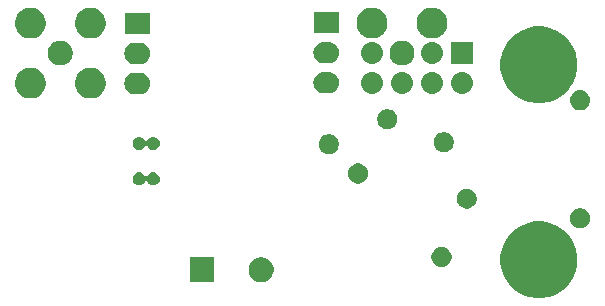
<source format=gbs>
G04 #@! TF.GenerationSoftware,KiCad,Pcbnew,5.1.4+dfsg1-1~bpo10+1*
G04 #@! TF.CreationDate,2019-10-02T20:55:18+02:00*
G04 #@! TF.ProjectId,iak-swr-meter,69616b2d-7377-4722-9d6d-657465722e6b,rev?*
G04 #@! TF.SameCoordinates,Original*
G04 #@! TF.FileFunction,Soldermask,Bot*
G04 #@! TF.FilePolarity,Negative*
%FSLAX46Y46*%
G04 Gerber Fmt 4.6, Leading zero omitted, Abs format (unit mm)*
G04 Created by KiCad (PCBNEW 5.1.4+dfsg1-1~bpo10+1) date 2019-10-02 20:55:18*
%MOMM*%
%LPD*%
G04 APERTURE LIST*
%ADD10C,0.100000*%
G04 APERTURE END LIST*
D10*
G36*
X51134239Y-1811467D02*
G01*
X51448282Y-1873934D01*
X52039926Y-2119001D01*
X52572392Y-2474784D01*
X53025216Y-2927608D01*
X53380999Y-3460074D01*
X53626066Y-4051718D01*
X53626066Y-4051719D01*
X53751000Y-4679803D01*
X53751000Y-5320197D01*
X53708186Y-5535435D01*
X53626066Y-5948282D01*
X53380999Y-6539926D01*
X53025216Y-7072392D01*
X52572392Y-7525216D01*
X52039926Y-7880999D01*
X51448282Y-8126066D01*
X51134239Y-8188533D01*
X50820197Y-8251000D01*
X50179803Y-8251000D01*
X49865761Y-8188533D01*
X49551718Y-8126066D01*
X48960074Y-7880999D01*
X48427608Y-7525216D01*
X47974784Y-7072392D01*
X47619001Y-6539926D01*
X47373934Y-5948282D01*
X47291814Y-5535435D01*
X47249000Y-5320197D01*
X47249000Y-4679803D01*
X47373934Y-4051719D01*
X47373934Y-4051718D01*
X47619001Y-3460074D01*
X47974784Y-2927608D01*
X48427608Y-2474784D01*
X48960074Y-2119001D01*
X49551718Y-1873934D01*
X49865761Y-1811467D01*
X50179803Y-1749000D01*
X50820197Y-1749000D01*
X51134239Y-1811467D01*
X51134239Y-1811467D01*
G37*
G36*
X27302964Y-4831389D02*
G01*
X27494233Y-4910615D01*
X27494235Y-4910616D01*
X27666373Y-5025635D01*
X27812765Y-5172027D01*
X27908599Y-5315452D01*
X27927785Y-5344167D01*
X28007011Y-5535436D01*
X28047400Y-5738484D01*
X28047400Y-5945516D01*
X28007011Y-6148564D01*
X27927785Y-6339833D01*
X27927784Y-6339835D01*
X27812765Y-6511973D01*
X27666373Y-6658365D01*
X27494235Y-6773384D01*
X27494234Y-6773385D01*
X27494233Y-6773385D01*
X27302964Y-6852611D01*
X27099916Y-6893000D01*
X26892884Y-6893000D01*
X26689836Y-6852611D01*
X26498567Y-6773385D01*
X26498566Y-6773385D01*
X26498565Y-6773384D01*
X26326427Y-6658365D01*
X26180035Y-6511973D01*
X26065016Y-6339835D01*
X26065015Y-6339833D01*
X25985789Y-6148564D01*
X25945400Y-5945516D01*
X25945400Y-5738484D01*
X25985789Y-5535436D01*
X26065015Y-5344167D01*
X26084202Y-5315452D01*
X26180035Y-5172027D01*
X26326427Y-5025635D01*
X26498565Y-4910616D01*
X26498567Y-4910615D01*
X26689836Y-4831389D01*
X26892884Y-4791000D01*
X27099916Y-4791000D01*
X27302964Y-4831389D01*
X27302964Y-4831389D01*
G37*
G36*
X23047400Y-6893000D02*
G01*
X20945400Y-6893000D01*
X20945400Y-4791000D01*
X23047400Y-4791000D01*
X23047400Y-6893000D01*
X23047400Y-6893000D01*
G37*
G36*
X42521199Y-3954674D02*
G01*
X42676071Y-4018824D01*
X42815452Y-4111956D01*
X42933986Y-4230490D01*
X43027118Y-4369871D01*
X43091268Y-4524743D01*
X43123971Y-4689155D01*
X43123971Y-4856787D01*
X43091268Y-5021199D01*
X43027118Y-5176071D01*
X42933986Y-5315452D01*
X42815452Y-5433986D01*
X42676071Y-5527118D01*
X42521199Y-5591268D01*
X42356787Y-5623971D01*
X42189155Y-5623971D01*
X42024743Y-5591268D01*
X41869871Y-5527118D01*
X41730490Y-5433986D01*
X41611956Y-5315452D01*
X41518824Y-5176071D01*
X41454674Y-5021199D01*
X41421971Y-4856787D01*
X41421971Y-4689155D01*
X41454674Y-4524743D01*
X41518824Y-4369871D01*
X41611956Y-4230490D01*
X41730490Y-4111956D01*
X41869871Y-4018824D01*
X42024743Y-3954674D01*
X42189155Y-3921971D01*
X42356787Y-3921971D01*
X42521199Y-3954674D01*
X42521199Y-3954674D01*
G37*
G36*
X54248228Y-681703D02*
G01*
X54403100Y-745853D01*
X54542481Y-838985D01*
X54661015Y-957519D01*
X54754147Y-1096900D01*
X54818297Y-1251772D01*
X54851000Y-1416184D01*
X54851000Y-1583816D01*
X54818297Y-1748228D01*
X54754147Y-1903100D01*
X54661015Y-2042481D01*
X54542481Y-2161015D01*
X54403100Y-2254147D01*
X54248228Y-2318297D01*
X54083816Y-2351000D01*
X53916184Y-2351000D01*
X53751772Y-2318297D01*
X53596900Y-2254147D01*
X53457519Y-2161015D01*
X53338985Y-2042481D01*
X53245853Y-1903100D01*
X53181703Y-1748228D01*
X53149000Y-1583816D01*
X53149000Y-1416184D01*
X53181703Y-1251772D01*
X53245853Y-1096900D01*
X53338985Y-957519D01*
X53457519Y-838985D01*
X53596900Y-745853D01*
X53751772Y-681703D01*
X53916184Y-649000D01*
X54083816Y-649000D01*
X54248228Y-681703D01*
X54248228Y-681703D01*
G37*
G36*
X44642519Y995074D02*
G01*
X44797391Y930924D01*
X44936772Y837792D01*
X45055306Y719258D01*
X45148438Y579877D01*
X45212588Y425005D01*
X45245291Y260593D01*
X45245291Y92961D01*
X45212588Y-71451D01*
X45148438Y-226323D01*
X45055306Y-365704D01*
X44936772Y-484238D01*
X44797391Y-577370D01*
X44642519Y-641520D01*
X44478107Y-674223D01*
X44310475Y-674223D01*
X44146063Y-641520D01*
X43991191Y-577370D01*
X43851810Y-484238D01*
X43733276Y-365704D01*
X43640144Y-226323D01*
X43575994Y-71451D01*
X43543291Y92961D01*
X43543291Y260593D01*
X43575994Y425005D01*
X43640144Y579877D01*
X43733276Y719258D01*
X43851810Y837792D01*
X43991191Y930924D01*
X44146063Y995074D01*
X44310475Y1027777D01*
X44478107Y1027777D01*
X44642519Y995074D01*
X44642519Y995074D01*
G37*
G36*
X16832721Y2387826D02*
G01*
X16932995Y2346291D01*
X16932996Y2346290D01*
X17023242Y2285990D01*
X17099990Y2209242D01*
X17099991Y2209240D01*
X17165770Y2110795D01*
X17168068Y2106496D01*
X17183614Y2087555D01*
X17202556Y2072010D01*
X17224167Y2060459D01*
X17247616Y2053346D01*
X17272002Y2050945D01*
X17296388Y2053347D01*
X17319837Y2060461D01*
X17341448Y2072012D01*
X17360389Y2087558D01*
X17375934Y2106500D01*
X17378229Y2110795D01*
X17444009Y2209240D01*
X17444010Y2209242D01*
X17520758Y2285990D01*
X17611004Y2346290D01*
X17611005Y2346291D01*
X17711279Y2387826D01*
X17817730Y2409000D01*
X17926270Y2409000D01*
X18032721Y2387826D01*
X18132995Y2346291D01*
X18132996Y2346290D01*
X18223242Y2285990D01*
X18299990Y2209242D01*
X18299991Y2209240D01*
X18360291Y2118995D01*
X18401826Y2018721D01*
X18423000Y1912270D01*
X18423000Y1803730D01*
X18401826Y1697279D01*
X18360291Y1597005D01*
X18360290Y1597004D01*
X18299990Y1506758D01*
X18223242Y1430010D01*
X18177812Y1399655D01*
X18132995Y1369709D01*
X18032721Y1328174D01*
X17926270Y1307000D01*
X17817730Y1307000D01*
X17711279Y1328174D01*
X17611005Y1369709D01*
X17566188Y1399655D01*
X17520758Y1430010D01*
X17444010Y1506758D01*
X17383710Y1597004D01*
X17378230Y1605205D01*
X17375932Y1609504D01*
X17360386Y1628445D01*
X17341444Y1643990D01*
X17319833Y1655541D01*
X17296384Y1662654D01*
X17271998Y1665055D01*
X17247612Y1662653D01*
X17224163Y1655539D01*
X17202552Y1643988D01*
X17183611Y1628442D01*
X17168066Y1609500D01*
X17165771Y1605205D01*
X17124841Y1543950D01*
X17099990Y1506758D01*
X17023242Y1430010D01*
X16977812Y1399655D01*
X16932995Y1369709D01*
X16832721Y1328174D01*
X16726270Y1307000D01*
X16617730Y1307000D01*
X16511279Y1328174D01*
X16411005Y1369709D01*
X16366188Y1399655D01*
X16320758Y1430010D01*
X16244010Y1506758D01*
X16183710Y1597004D01*
X16183709Y1597005D01*
X16142174Y1697279D01*
X16121000Y1803730D01*
X16121000Y1912270D01*
X16142174Y2018721D01*
X16183709Y2118995D01*
X16244009Y2209240D01*
X16244010Y2209242D01*
X16320758Y2285990D01*
X16411004Y2346290D01*
X16411005Y2346291D01*
X16511279Y2387826D01*
X16617730Y2409000D01*
X16726270Y2409000D01*
X16832721Y2387826D01*
X16832721Y2387826D01*
G37*
G36*
X35450131Y3116394D02*
G01*
X35605003Y3052244D01*
X35744384Y2959112D01*
X35862918Y2840578D01*
X35956050Y2701197D01*
X36020200Y2546325D01*
X36052903Y2381913D01*
X36052903Y2214281D01*
X36020200Y2049869D01*
X35956050Y1894997D01*
X35862918Y1755616D01*
X35744384Y1637082D01*
X35605003Y1543950D01*
X35450131Y1479800D01*
X35285719Y1447097D01*
X35118087Y1447097D01*
X34953675Y1479800D01*
X34798803Y1543950D01*
X34659422Y1637082D01*
X34540888Y1755616D01*
X34447756Y1894997D01*
X34383606Y2049869D01*
X34350903Y2214281D01*
X34350903Y2381913D01*
X34383606Y2546325D01*
X34447756Y2701197D01*
X34540888Y2840578D01*
X34659422Y2959112D01*
X34798803Y3052244D01*
X34953675Y3116394D01*
X35118087Y3149097D01*
X35285719Y3149097D01*
X35450131Y3116394D01*
X35450131Y3116394D01*
G37*
G36*
X32975257Y5591268D02*
G01*
X33130129Y5527118D01*
X33269510Y5433986D01*
X33388044Y5315452D01*
X33481176Y5176071D01*
X33545326Y5021199D01*
X33578029Y4856787D01*
X33578029Y4689155D01*
X33545326Y4524743D01*
X33481176Y4369871D01*
X33388044Y4230490D01*
X33269510Y4111956D01*
X33130129Y4018824D01*
X32975257Y3954674D01*
X32810845Y3921971D01*
X32643213Y3921971D01*
X32478801Y3954674D01*
X32323929Y4018824D01*
X32184548Y4111956D01*
X32066014Y4230490D01*
X31972882Y4369871D01*
X31908732Y4524743D01*
X31876029Y4689155D01*
X31876029Y4856787D01*
X31908732Y5021199D01*
X31972882Y5176071D01*
X32066014Y5315452D01*
X32184548Y5433986D01*
X32323929Y5527118D01*
X32478801Y5591268D01*
X32643213Y5623971D01*
X32810845Y5623971D01*
X32975257Y5591268D01*
X32975257Y5591268D01*
G37*
G36*
X42697975Y5768044D02*
G01*
X42852847Y5703894D01*
X42992228Y5610762D01*
X43110762Y5492228D01*
X43203894Y5352847D01*
X43268044Y5197975D01*
X43300747Y5033563D01*
X43300747Y4865931D01*
X43268044Y4701519D01*
X43203894Y4546647D01*
X43110762Y4407266D01*
X42992228Y4288732D01*
X42852847Y4195600D01*
X42697975Y4131450D01*
X42533563Y4098747D01*
X42365931Y4098747D01*
X42201519Y4131450D01*
X42046647Y4195600D01*
X41907266Y4288732D01*
X41788732Y4407266D01*
X41695600Y4546647D01*
X41631450Y4701519D01*
X41598747Y4865931D01*
X41598747Y5033563D01*
X41631450Y5197975D01*
X41695600Y5352847D01*
X41788732Y5492228D01*
X41907266Y5610762D01*
X42046647Y5703894D01*
X42201519Y5768044D01*
X42365931Y5800747D01*
X42533563Y5800747D01*
X42697975Y5768044D01*
X42697975Y5768044D01*
G37*
G36*
X16832721Y5387826D02*
G01*
X16932995Y5346291D01*
X16932996Y5346290D01*
X17023242Y5285990D01*
X17099990Y5209242D01*
X17107518Y5197975D01*
X17165770Y5110795D01*
X17168068Y5106496D01*
X17183614Y5087555D01*
X17202556Y5072010D01*
X17224167Y5060459D01*
X17247616Y5053346D01*
X17272002Y5050945D01*
X17296388Y5053347D01*
X17319837Y5060461D01*
X17341448Y5072012D01*
X17360389Y5087558D01*
X17375934Y5106500D01*
X17378229Y5110795D01*
X17436482Y5197975D01*
X17444010Y5209242D01*
X17520758Y5285990D01*
X17611004Y5346290D01*
X17611005Y5346291D01*
X17711279Y5387826D01*
X17817730Y5409000D01*
X17926270Y5409000D01*
X18032721Y5387826D01*
X18132995Y5346291D01*
X18132996Y5346290D01*
X18223242Y5285990D01*
X18299990Y5209242D01*
X18307518Y5197975D01*
X18360291Y5118995D01*
X18401826Y5018721D01*
X18423000Y4912270D01*
X18423000Y4803730D01*
X18401826Y4697279D01*
X18360291Y4597005D01*
X18360290Y4597004D01*
X18299990Y4506758D01*
X18223242Y4430010D01*
X18189204Y4407267D01*
X18132995Y4369709D01*
X18032721Y4328174D01*
X17926270Y4307000D01*
X17817730Y4307000D01*
X17711279Y4328174D01*
X17611005Y4369709D01*
X17554796Y4407267D01*
X17520758Y4430010D01*
X17444010Y4506758D01*
X17383710Y4597004D01*
X17378230Y4605205D01*
X17375932Y4609504D01*
X17360386Y4628445D01*
X17341444Y4643990D01*
X17319833Y4655541D01*
X17296384Y4662654D01*
X17271998Y4665055D01*
X17247612Y4662653D01*
X17224163Y4655539D01*
X17202552Y4643988D01*
X17183611Y4628442D01*
X17168066Y4609500D01*
X17165771Y4605205D01*
X17126645Y4546650D01*
X17099990Y4506758D01*
X17023242Y4430010D01*
X16989204Y4407267D01*
X16932995Y4369709D01*
X16832721Y4328174D01*
X16726270Y4307000D01*
X16617730Y4307000D01*
X16511279Y4328174D01*
X16411005Y4369709D01*
X16354796Y4407267D01*
X16320758Y4430010D01*
X16244010Y4506758D01*
X16183710Y4597004D01*
X16183709Y4597005D01*
X16142174Y4697279D01*
X16121000Y4803730D01*
X16121000Y4912270D01*
X16142174Y5018721D01*
X16183709Y5118995D01*
X16236482Y5197975D01*
X16244010Y5209242D01*
X16320758Y5285990D01*
X16411004Y5346290D01*
X16411005Y5346291D01*
X16511279Y5387826D01*
X16617730Y5409000D01*
X16726270Y5409000D01*
X16832721Y5387826D01*
X16832721Y5387826D01*
G37*
G36*
X37925005Y7712588D02*
G01*
X38079877Y7648438D01*
X38219258Y7555306D01*
X38337792Y7436772D01*
X38430924Y7297391D01*
X38495074Y7142519D01*
X38527777Y6978107D01*
X38527777Y6810475D01*
X38495074Y6646063D01*
X38430924Y6491191D01*
X38337792Y6351810D01*
X38219258Y6233276D01*
X38079877Y6140144D01*
X37925005Y6075994D01*
X37760593Y6043291D01*
X37592961Y6043291D01*
X37428549Y6075994D01*
X37273677Y6140144D01*
X37134296Y6233276D01*
X37015762Y6351810D01*
X36922630Y6491191D01*
X36858480Y6646063D01*
X36825777Y6810475D01*
X36825777Y6978107D01*
X36858480Y7142519D01*
X36922630Y7297391D01*
X37015762Y7436772D01*
X37134296Y7555306D01*
X37273677Y7648438D01*
X37428549Y7712588D01*
X37592961Y7745291D01*
X37760593Y7745291D01*
X37925005Y7712588D01*
X37925005Y7712588D01*
G37*
G36*
X54166823Y9338687D02*
G01*
X54327242Y9290024D01*
X54371699Y9266261D01*
X54475078Y9211004D01*
X54604659Y9104659D01*
X54711004Y8975078D01*
X54711005Y8975076D01*
X54790024Y8827242D01*
X54838687Y8666823D01*
X54855117Y8500000D01*
X54838687Y8333177D01*
X54790024Y8172758D01*
X54719114Y8040094D01*
X54711004Y8024922D01*
X54604659Y7895341D01*
X54475078Y7788996D01*
X54475076Y7788995D01*
X54327242Y7709976D01*
X54166823Y7661313D01*
X54041804Y7649000D01*
X53958196Y7649000D01*
X53833177Y7661313D01*
X53672758Y7709976D01*
X53524924Y7788995D01*
X53524922Y7788996D01*
X53395341Y7895341D01*
X53288996Y8024922D01*
X53280886Y8040094D01*
X53209976Y8172758D01*
X53161313Y8333177D01*
X53144883Y8500000D01*
X53161313Y8666823D01*
X53209976Y8827242D01*
X53288995Y8975076D01*
X53288996Y8975078D01*
X53395341Y9104659D01*
X53524922Y9211004D01*
X53628301Y9266261D01*
X53672758Y9290024D01*
X53833177Y9338687D01*
X53958196Y9351000D01*
X54041804Y9351000D01*
X54166823Y9338687D01*
X54166823Y9338687D01*
G37*
G36*
X51134239Y14688533D02*
G01*
X51448282Y14626066D01*
X52039926Y14380999D01*
X52294854Y14210661D01*
X52572391Y14025217D01*
X53025217Y13572391D01*
X53068169Y13508108D01*
X53380999Y13039926D01*
X53621212Y12460000D01*
X53626066Y12448281D01*
X53749045Y11830027D01*
X53751000Y11820196D01*
X53751000Y11179804D01*
X53626066Y10551718D01*
X53380999Y9960074D01*
X53145954Y9608305D01*
X53039789Y9449417D01*
X53025216Y9427608D01*
X52572392Y8974784D01*
X52039926Y8619001D01*
X51448282Y8373934D01*
X51134239Y8311467D01*
X50820197Y8249000D01*
X50179803Y8249000D01*
X49865761Y8311467D01*
X49551718Y8373934D01*
X48960074Y8619001D01*
X48427608Y8974784D01*
X47974784Y9427608D01*
X47960212Y9449417D01*
X47854046Y9608305D01*
X47619001Y9960074D01*
X47373934Y10551718D01*
X47249000Y11179804D01*
X47249000Y11820196D01*
X47250956Y11830027D01*
X47373934Y12448281D01*
X47378788Y12460000D01*
X47619001Y13039926D01*
X47931831Y13508108D01*
X47974783Y13572391D01*
X48427609Y14025217D01*
X48705146Y14210661D01*
X48960074Y14380999D01*
X49551718Y14626066D01*
X49865761Y14688533D01*
X50179803Y14751000D01*
X50820197Y14751000D01*
X51134239Y14688533D01*
X51134239Y14688533D01*
G37*
G36*
X12919487Y11211004D02*
G01*
X13069177Y11149000D01*
X13156255Y11112931D01*
X13369339Y10970553D01*
X13550553Y10789339D01*
X13692932Y10576253D01*
X13791004Y10339487D01*
X13841000Y10088139D01*
X13841000Y9831861D01*
X13791004Y9580513D01*
X13692932Y9343747D01*
X13692931Y9343745D01*
X13550553Y9130661D01*
X13369339Y8949447D01*
X13156255Y8807069D01*
X13156254Y8807068D01*
X13156253Y8807068D01*
X12919487Y8708996D01*
X12668139Y8659000D01*
X12411861Y8659000D01*
X12160513Y8708996D01*
X11923747Y8807068D01*
X11923746Y8807068D01*
X11923745Y8807069D01*
X11710661Y8949447D01*
X11529447Y9130661D01*
X11387069Y9343745D01*
X11387068Y9343747D01*
X11288996Y9580513D01*
X11239000Y9831861D01*
X11239000Y10088139D01*
X11288996Y10339487D01*
X11387068Y10576253D01*
X11529447Y10789339D01*
X11710661Y10970553D01*
X11923745Y11112931D01*
X12010823Y11149000D01*
X12160513Y11211004D01*
X12411861Y11261000D01*
X12668139Y11261000D01*
X12919487Y11211004D01*
X12919487Y11211004D01*
G37*
G36*
X7839487Y11211004D02*
G01*
X7989177Y11149000D01*
X8076255Y11112931D01*
X8289339Y10970553D01*
X8470553Y10789339D01*
X8612932Y10576253D01*
X8711004Y10339487D01*
X8761000Y10088139D01*
X8761000Y9831861D01*
X8711004Y9580513D01*
X8612932Y9343747D01*
X8612931Y9343745D01*
X8470553Y9130661D01*
X8289339Y8949447D01*
X8076255Y8807069D01*
X8076254Y8807068D01*
X8076253Y8807068D01*
X7839487Y8708996D01*
X7588139Y8659000D01*
X7331861Y8659000D01*
X7080513Y8708996D01*
X6843747Y8807068D01*
X6843746Y8807068D01*
X6843745Y8807069D01*
X6630661Y8949447D01*
X6449447Y9130661D01*
X6307069Y9343745D01*
X6307068Y9343747D01*
X6208996Y9580513D01*
X6159000Y9831861D01*
X6159000Y10088139D01*
X6208996Y10339487D01*
X6307068Y10576253D01*
X6449447Y10789339D01*
X6630661Y10970553D01*
X6843745Y11112931D01*
X6930823Y11149000D01*
X7080513Y11211004D01*
X7331861Y11261000D01*
X7588139Y11261000D01*
X7839487Y11211004D01*
X7839487Y11211004D01*
G37*
G36*
X16831694Y10821367D02*
G01*
X17004095Y10769069D01*
X17162983Y10684142D01*
X17302249Y10569849D01*
X17416542Y10430583D01*
X17501469Y10271695D01*
X17553767Y10099294D01*
X17571425Y9920000D01*
X17553767Y9740706D01*
X17501469Y9568305D01*
X17416542Y9409417D01*
X17302249Y9270151D01*
X17162983Y9155858D01*
X17004095Y9070931D01*
X16831694Y9018633D01*
X16697331Y9005400D01*
X16302669Y9005400D01*
X16168306Y9018633D01*
X15995905Y9070931D01*
X15837017Y9155858D01*
X15697751Y9270151D01*
X15583458Y9409417D01*
X15498531Y9568305D01*
X15446233Y9740706D01*
X15428575Y9920000D01*
X15446233Y10099294D01*
X15498531Y10271695D01*
X15583458Y10430583D01*
X15697751Y10569849D01*
X15837017Y10684142D01*
X15995905Y10769069D01*
X16168306Y10821367D01*
X16302669Y10834600D01*
X16697331Y10834600D01*
X16831694Y10821367D01*
X16831694Y10821367D01*
G37*
G36*
X41639294Y10861367D02*
G01*
X41811695Y10809069D01*
X41970583Y10724142D01*
X42109849Y10609849D01*
X42224142Y10470583D01*
X42309069Y10311695D01*
X42361367Y10139294D01*
X42379025Y9960000D01*
X42361367Y9780706D01*
X42309069Y9608305D01*
X42224142Y9449417D01*
X42109849Y9310151D01*
X41970583Y9195858D01*
X41811695Y9110931D01*
X41639294Y9058633D01*
X41504931Y9045400D01*
X41415069Y9045400D01*
X41280706Y9058633D01*
X41108305Y9110931D01*
X40949417Y9195858D01*
X40810151Y9310151D01*
X40695858Y9449417D01*
X40610931Y9608305D01*
X40558633Y9780706D01*
X40540975Y9960000D01*
X40558633Y10139294D01*
X40610931Y10311695D01*
X40695858Y10470583D01*
X40810151Y10609849D01*
X40949417Y10724142D01*
X41108305Y10809069D01*
X41280706Y10861367D01*
X41415069Y10874600D01*
X41504931Y10874600D01*
X41639294Y10861367D01*
X41639294Y10861367D01*
G37*
G36*
X39099294Y10861367D02*
G01*
X39271695Y10809069D01*
X39430583Y10724142D01*
X39569849Y10609849D01*
X39684142Y10470583D01*
X39769069Y10311695D01*
X39821367Y10139294D01*
X39839025Y9960000D01*
X39821367Y9780706D01*
X39769069Y9608305D01*
X39684142Y9449417D01*
X39569849Y9310151D01*
X39430583Y9195858D01*
X39271695Y9110931D01*
X39099294Y9058633D01*
X38964931Y9045400D01*
X38875069Y9045400D01*
X38740706Y9058633D01*
X38568305Y9110931D01*
X38409417Y9195858D01*
X38270151Y9310151D01*
X38155858Y9449417D01*
X38070931Y9608305D01*
X38018633Y9780706D01*
X38000975Y9960000D01*
X38018633Y10139294D01*
X38070931Y10311695D01*
X38155858Y10470583D01*
X38270151Y10609849D01*
X38409417Y10724142D01*
X38568305Y10809069D01*
X38740706Y10861367D01*
X38875069Y10874600D01*
X38964931Y10874600D01*
X39099294Y10861367D01*
X39099294Y10861367D01*
G37*
G36*
X36559294Y10861367D02*
G01*
X36731695Y10809069D01*
X36890583Y10724142D01*
X37029849Y10609849D01*
X37144142Y10470583D01*
X37229069Y10311695D01*
X37281367Y10139294D01*
X37299025Y9960000D01*
X37281367Y9780706D01*
X37229069Y9608305D01*
X37144142Y9449417D01*
X37029849Y9310151D01*
X36890583Y9195858D01*
X36731695Y9110931D01*
X36559294Y9058633D01*
X36424931Y9045400D01*
X36335069Y9045400D01*
X36200706Y9058633D01*
X36028305Y9110931D01*
X35869417Y9195858D01*
X35730151Y9310151D01*
X35615858Y9449417D01*
X35530931Y9608305D01*
X35478633Y9780706D01*
X35460975Y9960000D01*
X35478633Y10139294D01*
X35530931Y10311695D01*
X35615858Y10470583D01*
X35730151Y10609849D01*
X35869417Y10724142D01*
X36028305Y10809069D01*
X36200706Y10861367D01*
X36335069Y10874600D01*
X36424931Y10874600D01*
X36559294Y10861367D01*
X36559294Y10861367D01*
G37*
G36*
X44179294Y10861367D02*
G01*
X44351695Y10809069D01*
X44510583Y10724142D01*
X44649849Y10609849D01*
X44764142Y10470583D01*
X44849069Y10311695D01*
X44901367Y10139294D01*
X44919025Y9960000D01*
X44901367Y9780706D01*
X44849069Y9608305D01*
X44764142Y9449417D01*
X44649849Y9310151D01*
X44510583Y9195858D01*
X44351695Y9110931D01*
X44179294Y9058633D01*
X44044931Y9045400D01*
X43955069Y9045400D01*
X43820706Y9058633D01*
X43648305Y9110931D01*
X43489417Y9195858D01*
X43350151Y9310151D01*
X43235858Y9449417D01*
X43150931Y9608305D01*
X43098633Y9780706D01*
X43080975Y9960000D01*
X43098633Y10139294D01*
X43150931Y10311695D01*
X43235858Y10470583D01*
X43350151Y10609849D01*
X43489417Y10724142D01*
X43648305Y10809069D01*
X43820706Y10861367D01*
X43955069Y10874600D01*
X44044931Y10874600D01*
X44179294Y10861367D01*
X44179294Y10861367D01*
G37*
G36*
X32831694Y10901367D02*
G01*
X33004095Y10849069D01*
X33162983Y10764142D01*
X33302249Y10649849D01*
X33416542Y10510583D01*
X33501469Y10351695D01*
X33553767Y10179294D01*
X33571425Y10000000D01*
X33553767Y9820706D01*
X33501469Y9648305D01*
X33416542Y9489417D01*
X33302249Y9350151D01*
X33162983Y9235858D01*
X33004095Y9150931D01*
X32831694Y9098633D01*
X32697331Y9085400D01*
X32302669Y9085400D01*
X32168306Y9098633D01*
X31995905Y9150931D01*
X31837017Y9235858D01*
X31697751Y9350151D01*
X31583458Y9489417D01*
X31498531Y9648305D01*
X31446233Y9820706D01*
X31428575Y10000000D01*
X31446233Y10179294D01*
X31498531Y10351695D01*
X31583458Y10510583D01*
X31697751Y10649849D01*
X31837017Y10764142D01*
X31995905Y10849069D01*
X32168306Y10901367D01*
X32302669Y10914600D01*
X32697331Y10914600D01*
X32831694Y10901367D01*
X32831694Y10901367D01*
G37*
G36*
X39226564Y13510611D02*
G01*
X39417833Y13431385D01*
X39417835Y13431384D01*
X39589973Y13316365D01*
X39736365Y13169973D01*
X39823260Y13039926D01*
X39851385Y12997833D01*
X39930611Y12806564D01*
X39971000Y12603516D01*
X39971000Y12396484D01*
X39930611Y12193436D01*
X39895348Y12108304D01*
X39851384Y12002165D01*
X39736365Y11830027D01*
X39589973Y11683635D01*
X39417835Y11568616D01*
X39417834Y11568615D01*
X39417833Y11568615D01*
X39226564Y11489389D01*
X39023516Y11449000D01*
X38816484Y11449000D01*
X38613436Y11489389D01*
X38422167Y11568615D01*
X38422166Y11568615D01*
X38422165Y11568616D01*
X38250027Y11683635D01*
X38103635Y11830027D01*
X37988616Y12002165D01*
X37944652Y12108304D01*
X37909389Y12193436D01*
X37869000Y12396484D01*
X37869000Y12603516D01*
X37909389Y12806564D01*
X37988615Y12997833D01*
X38016741Y13039926D01*
X38103635Y13169973D01*
X38250027Y13316365D01*
X38422165Y13431384D01*
X38422167Y13431385D01*
X38613436Y13510611D01*
X38816484Y13551000D01*
X39023516Y13551000D01*
X39226564Y13510611D01*
X39226564Y13510611D01*
G37*
G36*
X10306564Y13510611D02*
G01*
X10497833Y13431385D01*
X10497835Y13431384D01*
X10669973Y13316365D01*
X10816365Y13169973D01*
X10903260Y13039926D01*
X10931385Y12997833D01*
X11010611Y12806564D01*
X11051000Y12603516D01*
X11051000Y12396484D01*
X11010611Y12193436D01*
X10975348Y12108304D01*
X10931384Y12002165D01*
X10816365Y11830027D01*
X10669973Y11683635D01*
X10497835Y11568616D01*
X10497834Y11568615D01*
X10497833Y11568615D01*
X10306564Y11489389D01*
X10103516Y11449000D01*
X9896484Y11449000D01*
X9693436Y11489389D01*
X9502167Y11568615D01*
X9502166Y11568615D01*
X9502165Y11568616D01*
X9330027Y11683635D01*
X9183635Y11830027D01*
X9068616Y12002165D01*
X9024652Y12108304D01*
X8989389Y12193436D01*
X8949000Y12396484D01*
X8949000Y12603516D01*
X8989389Y12806564D01*
X9068615Y12997833D01*
X9096741Y13039926D01*
X9183635Y13169973D01*
X9330027Y13316365D01*
X9502165Y13431384D01*
X9502167Y13431385D01*
X9693436Y13510611D01*
X9896484Y13551000D01*
X10103516Y13551000D01*
X10306564Y13510611D01*
X10306564Y13510611D01*
G37*
G36*
X16831694Y13361367D02*
G01*
X17004095Y13309069D01*
X17162983Y13224142D01*
X17302249Y13109849D01*
X17416542Y12970583D01*
X17501469Y12811695D01*
X17553767Y12639294D01*
X17571425Y12460000D01*
X17553767Y12280706D01*
X17501469Y12108305D01*
X17416542Y11949417D01*
X17302249Y11810151D01*
X17162983Y11695858D01*
X17004095Y11610931D01*
X16831694Y11558633D01*
X16697331Y11545400D01*
X16302669Y11545400D01*
X16168306Y11558633D01*
X15995905Y11610931D01*
X15837017Y11695858D01*
X15697751Y11810151D01*
X15583458Y11949417D01*
X15498531Y12108305D01*
X15446233Y12280706D01*
X15428575Y12460000D01*
X15446233Y12639294D01*
X15498531Y12811695D01*
X15583458Y12970583D01*
X15697751Y13109849D01*
X15837017Y13224142D01*
X15995905Y13309069D01*
X16168306Y13361367D01*
X16302669Y13374600D01*
X16697331Y13374600D01*
X16831694Y13361367D01*
X16831694Y13361367D01*
G37*
G36*
X41639294Y13401367D02*
G01*
X41811695Y13349069D01*
X41970583Y13264142D01*
X42109849Y13149849D01*
X42224142Y13010583D01*
X42309069Y12851695D01*
X42361367Y12679294D01*
X42379025Y12500000D01*
X42361367Y12320706D01*
X42309069Y12148305D01*
X42224142Y11989417D01*
X42109849Y11850151D01*
X41970583Y11735858D01*
X41811695Y11650931D01*
X41639294Y11598633D01*
X41504931Y11585400D01*
X41415069Y11585400D01*
X41280706Y11598633D01*
X41108305Y11650931D01*
X40949417Y11735858D01*
X40810151Y11850151D01*
X40695858Y11989417D01*
X40610931Y12148305D01*
X40558633Y12320706D01*
X40540975Y12500000D01*
X40558633Y12679294D01*
X40610931Y12851695D01*
X40695858Y13010583D01*
X40810151Y13149849D01*
X40949417Y13264142D01*
X41108305Y13349069D01*
X41280706Y13401367D01*
X41415069Y13414600D01*
X41504931Y13414600D01*
X41639294Y13401367D01*
X41639294Y13401367D01*
G37*
G36*
X36559294Y13401367D02*
G01*
X36731695Y13349069D01*
X36890583Y13264142D01*
X37029849Y13149849D01*
X37144142Y13010583D01*
X37229069Y12851695D01*
X37281367Y12679294D01*
X37299025Y12500000D01*
X37281367Y12320706D01*
X37229069Y12148305D01*
X37144142Y11989417D01*
X37029849Y11850151D01*
X36890583Y11735858D01*
X36731695Y11650931D01*
X36559294Y11598633D01*
X36424931Y11585400D01*
X36335069Y11585400D01*
X36200706Y11598633D01*
X36028305Y11650931D01*
X35869417Y11735858D01*
X35730151Y11850151D01*
X35615858Y11989417D01*
X35530931Y12148305D01*
X35478633Y12320706D01*
X35460975Y12500000D01*
X35478633Y12679294D01*
X35530931Y12851695D01*
X35615858Y13010583D01*
X35730151Y13149849D01*
X35869417Y13264142D01*
X36028305Y13349069D01*
X36200706Y13401367D01*
X36335069Y13414600D01*
X36424931Y13414600D01*
X36559294Y13401367D01*
X36559294Y13401367D01*
G37*
G36*
X44914600Y11585400D02*
G01*
X43085400Y11585400D01*
X43085400Y13414600D01*
X44914600Y13414600D01*
X44914600Y11585400D01*
X44914600Y11585400D01*
G37*
G36*
X32831694Y13441367D02*
G01*
X33004095Y13389069D01*
X33162983Y13304142D01*
X33302249Y13189849D01*
X33416542Y13050583D01*
X33501469Y12891695D01*
X33553767Y12719294D01*
X33571425Y12540000D01*
X33553767Y12360706D01*
X33501469Y12188305D01*
X33416542Y12029417D01*
X33302249Y11890151D01*
X33162983Y11775858D01*
X33004095Y11690931D01*
X32831694Y11638633D01*
X32697331Y11625400D01*
X32302669Y11625400D01*
X32168306Y11638633D01*
X31995905Y11690931D01*
X31837017Y11775858D01*
X31697751Y11890151D01*
X31583458Y12029417D01*
X31498531Y12188305D01*
X31446233Y12360706D01*
X31428575Y12540000D01*
X31446233Y12719294D01*
X31498531Y12891695D01*
X31583458Y13050583D01*
X31697751Y13189849D01*
X31837017Y13304142D01*
X31995905Y13389069D01*
X32168306Y13441367D01*
X32302669Y13454600D01*
X32697331Y13454600D01*
X32831694Y13441367D01*
X32831694Y13441367D01*
G37*
G36*
X41839487Y16291004D02*
G01*
X42076253Y16192932D01*
X42076255Y16192931D01*
X42289339Y16050553D01*
X42470553Y15869339D01*
X42612932Y15656253D01*
X42711004Y15419487D01*
X42761000Y15168139D01*
X42761000Y14911861D01*
X42711004Y14660513D01*
X42612932Y14423747D01*
X42612931Y14423745D01*
X42470553Y14210661D01*
X42289339Y14029447D01*
X42076255Y13887069D01*
X42076254Y13887068D01*
X42076253Y13887068D01*
X41839487Y13788996D01*
X41588139Y13739000D01*
X41331861Y13739000D01*
X41080513Y13788996D01*
X40843747Y13887068D01*
X40843746Y13887068D01*
X40843745Y13887069D01*
X40630661Y14029447D01*
X40449447Y14210661D01*
X40307069Y14423745D01*
X40307068Y14423747D01*
X40208996Y14660513D01*
X40159000Y14911861D01*
X40159000Y15168139D01*
X40208996Y15419487D01*
X40307068Y15656253D01*
X40449447Y15869339D01*
X40630661Y16050553D01*
X40843745Y16192931D01*
X40843747Y16192932D01*
X41080513Y16291004D01*
X41331861Y16341000D01*
X41588139Y16341000D01*
X41839487Y16291004D01*
X41839487Y16291004D01*
G37*
G36*
X12919487Y16291004D02*
G01*
X13156253Y16192932D01*
X13156255Y16192931D01*
X13369339Y16050553D01*
X13550553Y15869339D01*
X13692932Y15656253D01*
X13791004Y15419487D01*
X13841000Y15168139D01*
X13841000Y14911861D01*
X13791004Y14660513D01*
X13692932Y14423747D01*
X13692931Y14423745D01*
X13550553Y14210661D01*
X13369339Y14029447D01*
X13156255Y13887069D01*
X13156254Y13887068D01*
X13156253Y13887068D01*
X12919487Y13788996D01*
X12668139Y13739000D01*
X12411861Y13739000D01*
X12160513Y13788996D01*
X11923747Y13887068D01*
X11923746Y13887068D01*
X11923745Y13887069D01*
X11710661Y14029447D01*
X11529447Y14210661D01*
X11387069Y14423745D01*
X11387068Y14423747D01*
X11288996Y14660513D01*
X11239000Y14911861D01*
X11239000Y15168139D01*
X11288996Y15419487D01*
X11387068Y15656253D01*
X11529447Y15869339D01*
X11710661Y16050553D01*
X11923745Y16192931D01*
X11923747Y16192932D01*
X12160513Y16291004D01*
X12411861Y16341000D01*
X12668139Y16341000D01*
X12919487Y16291004D01*
X12919487Y16291004D01*
G37*
G36*
X7839487Y16291004D02*
G01*
X8076253Y16192932D01*
X8076255Y16192931D01*
X8289339Y16050553D01*
X8470553Y15869339D01*
X8612932Y15656253D01*
X8711004Y15419487D01*
X8761000Y15168139D01*
X8761000Y14911861D01*
X8711004Y14660513D01*
X8612932Y14423747D01*
X8612931Y14423745D01*
X8470553Y14210661D01*
X8289339Y14029447D01*
X8076255Y13887069D01*
X8076254Y13887068D01*
X8076253Y13887068D01*
X7839487Y13788996D01*
X7588139Y13739000D01*
X7331861Y13739000D01*
X7080513Y13788996D01*
X6843747Y13887068D01*
X6843746Y13887068D01*
X6843745Y13887069D01*
X6630661Y14029447D01*
X6449447Y14210661D01*
X6307069Y14423745D01*
X6307068Y14423747D01*
X6208996Y14660513D01*
X6159000Y14911861D01*
X6159000Y15168139D01*
X6208996Y15419487D01*
X6307068Y15656253D01*
X6449447Y15869339D01*
X6630661Y16050553D01*
X6843745Y16192931D01*
X6843747Y16192932D01*
X7080513Y16291004D01*
X7331861Y16341000D01*
X7588139Y16341000D01*
X7839487Y16291004D01*
X7839487Y16291004D01*
G37*
G36*
X36759487Y16291004D02*
G01*
X36996253Y16192932D01*
X36996255Y16192931D01*
X37209339Y16050553D01*
X37390553Y15869339D01*
X37532932Y15656253D01*
X37631004Y15419487D01*
X37681000Y15168139D01*
X37681000Y14911861D01*
X37631004Y14660513D01*
X37532932Y14423747D01*
X37532931Y14423745D01*
X37390553Y14210661D01*
X37209339Y14029447D01*
X36996255Y13887069D01*
X36996254Y13887068D01*
X36996253Y13887068D01*
X36759487Y13788996D01*
X36508139Y13739000D01*
X36251861Y13739000D01*
X36000513Y13788996D01*
X35763747Y13887068D01*
X35763746Y13887068D01*
X35763745Y13887069D01*
X35550661Y14029447D01*
X35369447Y14210661D01*
X35227069Y14423745D01*
X35227068Y14423747D01*
X35128996Y14660513D01*
X35079000Y14911861D01*
X35079000Y15168139D01*
X35128996Y15419487D01*
X35227068Y15656253D01*
X35369447Y15869339D01*
X35550661Y16050553D01*
X35763745Y16192931D01*
X35763747Y16192932D01*
X36000513Y16291004D01*
X36251861Y16341000D01*
X36508139Y16341000D01*
X36759487Y16291004D01*
X36759487Y16291004D01*
G37*
G36*
X17567000Y14085400D02*
G01*
X15433000Y14085400D01*
X15433000Y15914600D01*
X17567000Y15914600D01*
X17567000Y14085400D01*
X17567000Y14085400D01*
G37*
G36*
X33567000Y14165400D02*
G01*
X31433000Y14165400D01*
X31433000Y15994600D01*
X33567000Y15994600D01*
X33567000Y14165400D01*
X33567000Y14165400D01*
G37*
M02*

</source>
